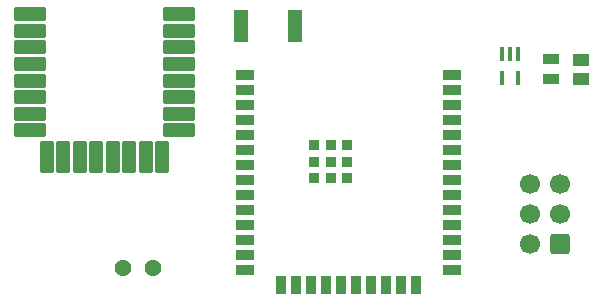
<source format=gbr>
%TF.GenerationSoftware,KiCad,Pcbnew,7.0.10*%
%TF.CreationDate,2024-10-31T16:29:48-04:00*%
%TF.ProjectId,pcb_v1,7063625f-7631-42e6-9b69-6361645f7063,rev?*%
%TF.SameCoordinates,Original*%
%TF.FileFunction,Soldermask,Top*%
%TF.FilePolarity,Negative*%
%FSLAX46Y46*%
G04 Gerber Fmt 4.6, Leading zero omitted, Abs format (unit mm)*
G04 Created by KiCad (PCBNEW 7.0.10) date 2024-10-31 16:29:48*
%MOMM*%
%LPD*%
G01*
G04 APERTURE LIST*
G04 Aperture macros list*
%AMRoundRect*
0 Rectangle with rounded corners*
0 $1 Rounding radius*
0 $2 $3 $4 $5 $6 $7 $8 $9 X,Y pos of 4 corners*
0 Add a 4 corners polygon primitive as box body*
4,1,4,$2,$3,$4,$5,$6,$7,$8,$9,$2,$3,0*
0 Add four circle primitives for the rounded corners*
1,1,$1+$1,$2,$3*
1,1,$1+$1,$4,$5*
1,1,$1+$1,$6,$7*
1,1,$1+$1,$8,$9*
0 Add four rect primitives between the rounded corners*
20,1,$1+$1,$2,$3,$4,$5,0*
20,1,$1+$1,$4,$5,$6,$7,0*
20,1,$1+$1,$6,$7,$8,$9,0*
20,1,$1+$1,$8,$9,$2,$3,0*%
G04 Aperture macros list end*
%ADD10RoundRect,0.102000X-1.225000X-0.500000X1.225000X-0.500000X1.225000X0.500000X-1.225000X0.500000X0*%
%ADD11RoundRect,0.102000X-0.500000X-1.225000X0.500000X-1.225000X0.500000X1.225000X-0.500000X1.225000X0*%
%ADD12R,1.470000X1.020000*%
%ADD13R,1.430000X0.940000*%
%ADD14R,0.450000X1.150000*%
%ADD15R,0.900000X0.900000*%
%ADD16R,1.500000X0.900000*%
%ADD17R,0.900000X1.500000*%
%ADD18C,1.431000*%
%ADD19R,1.200000X2.700000*%
%ADD20RoundRect,0.250000X0.600000X0.600000X-0.600000X0.600000X-0.600000X-0.600000X0.600000X-0.600000X0*%
%ADD21C,1.700000*%
G04 APERTURE END LIST*
D10*
%TO.C,IC2*%
X123197500Y-98540000D03*
X123197500Y-99940000D03*
X123197500Y-101340000D03*
X123197500Y-102740000D03*
X123197500Y-104140000D03*
X123197500Y-105540000D03*
X123197500Y-106940000D03*
X123197500Y-108340000D03*
D11*
X121802500Y-110635000D03*
X120402500Y-110635000D03*
X119002500Y-110635000D03*
X117602500Y-110635000D03*
X116202500Y-110635000D03*
X114802500Y-110635000D03*
X113402500Y-110635000D03*
X112002500Y-110635000D03*
D10*
X110607500Y-108340000D03*
X110607500Y-106940000D03*
X110607500Y-105540000D03*
X110607500Y-104140000D03*
X110607500Y-102740000D03*
X110607500Y-101340000D03*
X110607500Y-99940000D03*
X110607500Y-98540000D03*
%TD*%
D12*
%TO.C,C1*%
X157250000Y-102370000D03*
X157250000Y-103990000D03*
%TD*%
D13*
%TO.C,C2*%
X154750000Y-104000000D03*
X154750000Y-102360000D03*
%TD*%
D14*
%TO.C,IC3*%
X151900000Y-101930000D03*
X151250000Y-101930000D03*
X150600000Y-101930000D03*
X150600000Y-103930000D03*
X151900000Y-103930000D03*
%TD*%
D15*
%TO.C,IC1*%
X136080000Y-109630000D03*
X137480000Y-109630000D03*
X137480000Y-111030000D03*
X137480000Y-112430000D03*
X136080000Y-112430000D03*
X134680000Y-112430000D03*
X134680000Y-111030000D03*
X134680000Y-109630000D03*
X136080000Y-111030000D03*
D16*
X146330000Y-103690000D03*
X146330000Y-104960000D03*
X146330000Y-106230000D03*
X146330000Y-107500000D03*
X146330000Y-108770000D03*
X146330000Y-110040000D03*
X146330000Y-111310000D03*
X146330000Y-112580000D03*
X146330000Y-113850000D03*
X146330000Y-115120000D03*
X146330000Y-116390000D03*
X146330000Y-117660000D03*
X146330000Y-118930000D03*
X146330000Y-120200000D03*
D17*
X143295000Y-121450000D03*
X142025000Y-121450000D03*
X140755000Y-121450000D03*
X139485000Y-121450000D03*
X138215000Y-121450000D03*
X136945000Y-121450000D03*
X135675000Y-121450000D03*
X134405000Y-121450000D03*
X133135000Y-121450000D03*
X131865000Y-121450000D03*
D16*
X128830000Y-120200000D03*
X128830000Y-118930000D03*
X128830000Y-117660000D03*
X128830000Y-116390000D03*
X128830000Y-115120000D03*
X128830000Y-113850000D03*
X128830000Y-112580000D03*
X128830000Y-111310000D03*
X128830000Y-110040000D03*
X128830000Y-108770000D03*
X128830000Y-107500000D03*
X128830000Y-106230000D03*
X128830000Y-104960000D03*
X128830000Y-103690000D03*
%TD*%
D18*
%TO.C,D1*%
X121000000Y-120000000D03*
X118460000Y-120000000D03*
%TD*%
D19*
%TO.C,R2*%
X128450000Y-99500000D03*
X133050000Y-99500000D03*
%TD*%
D20*
%TO.C,J1*%
X155500000Y-118000000D03*
D21*
X152960000Y-118000000D03*
X155500000Y-115460000D03*
X152960000Y-115460000D03*
X155500000Y-112920000D03*
X152960000Y-112920000D03*
%TD*%
M02*

</source>
